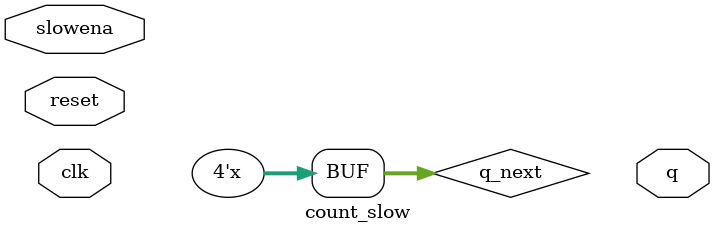
<source format=v>

module count_slow(
    input clk,
    input slowena,
    input reset,
    output reg [3:0] q);

// On the positive edge of the clock:
// if reset is high, reset the output q to 0. 
// Otherwise, only increment the output q if the ena input is high and q is not 9.

reg [3:0] q_next;

always @(posedge clk, posedge reset)
begin
  if (reset)
    q_next <= 4'b0;
  else
    q_next <= q_next + 1;
end

always @(q, q_next)
begin
  q_next = q_next;
end

endmodule

</source>
